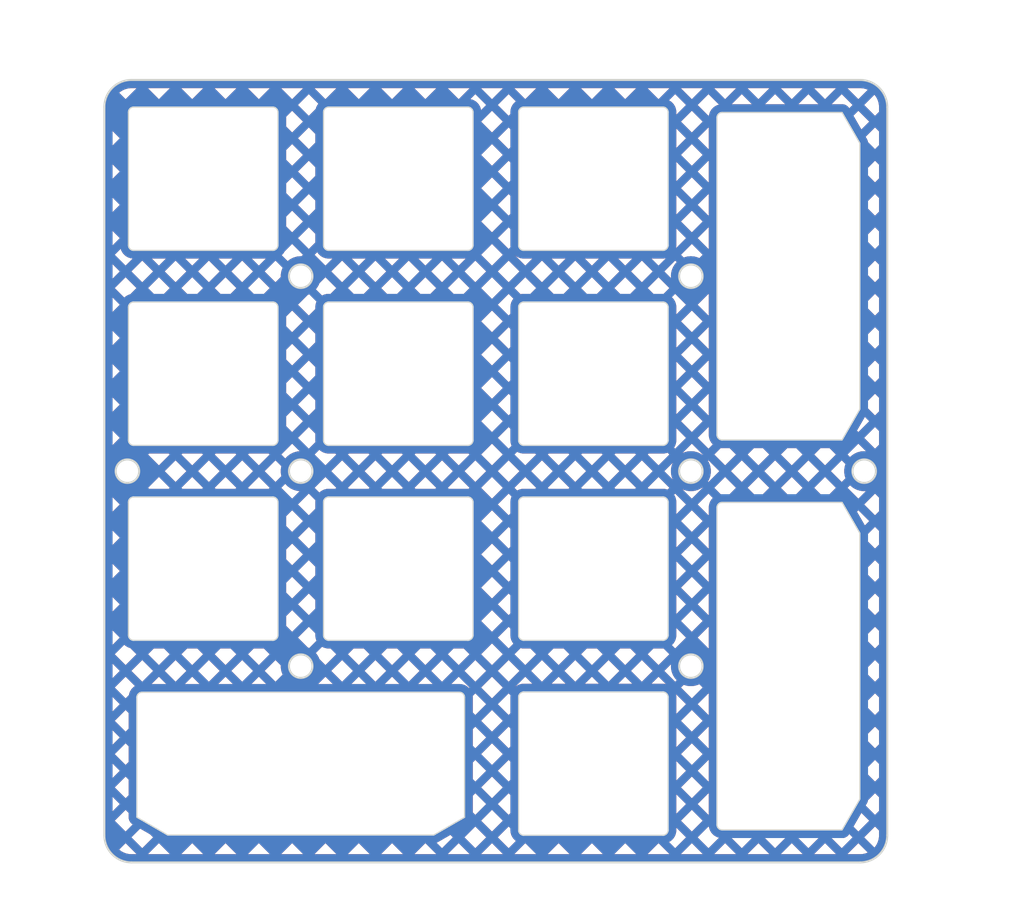
<source format=kicad_pcb>
(kicad_pcb (version 20240108) (generator "pcbnew") (generator_version "8.0")
  (layers (0 "F.Cu" signal) (31 "B.Cu" signal) (34 "B.Paste" user) (35 "F.Paste" user) (36 "B.SilkS" user "B.Silkscreen") (37 "F.SilkS" user "F.Silkscreen") (38 "B.Mask" user) (39 "F.Mask" user) (44 "Edge.Cuts" user))
  (net 0 "")
  (net 1 "GND")
  (footprint "cipulot_parts:ecs_plate_cut_1U" (layer "F.Cu") (at 131.7625 87.3125)
    (property "Reference" "REF**" (hide yes))
    (property "Value" "Value " (hide yes))
    (fp_line (start -7.3 -6.5) (end -7.3 6.5) (stroke (width 0.12)) (layer "Edge.Cuts"))
    (fp_line (start -6.8 7) (end 6.8 7) (stroke (width 0.12)) (layer "Edge.Cuts"))
    (fp_line (start 6.8 -7) (end -6.8 -7) (stroke (width 0.12)) (layer "Edge.Cuts"))
    (fp_line (start 7.3 6.5) (end 7.3 -6.5) (stroke (width 0.12)) (layer "Edge.Cuts"))
    (fp_arc (start -7.3 -6.5) (mid -7.153553 -6.853553) (end -6.8 -7) (stroke (width 0.12)) (layer "Edge.Cuts"))
    (fp_arc (start -6.8 7) (mid -7.153553 6.853553) (end -7.3 6.5) (stroke (width 0.12)) (layer "Edge.Cuts"))
    (fp_arc (start 6.8 -7) (mid 7.153553 -6.853553) (end 7.3 -6.5) (stroke (width 0.12)) (layer "Edge.Cuts"))
    (fp_arc (start 7.3 6.5) (mid 7.153553 6.853553) (end 6.8 7) (stroke (width 0.12)) (layer "Edge.Cuts"))
  )
  (footprint "cipulot_parts:ecs_plate_cut_1U" (layer "F.Cu") (at 150.8125 87.3125)
    (property "Reference" "REF**" (hide yes))
    (property "Value" "Value " (hide yes))
    (fp_line (start -7.3 -6.5) (end -7.3 6.5) (stroke (width 0.12)) (layer "Edge.Cuts"))
    (fp_line (start -6.8 7) (end 6.8 7) (stroke (width 0.12)) (layer "Edge.Cuts"))
    (fp_line (start 6.8 -7) (end -6.8 -7) (stroke (width 0.12)) (layer "Edge.Cuts"))
    (fp_line (start 7.3 6.5) (end 7.3 -6.5) (stroke (width 0.12)) (layer "Edge.Cuts"))
    (fp_arc (start -7.3 -6.5) (mid -7.153553 -6.853553) (end -6.8 -7) (stroke (width 0.12)) (layer "Edge.Cuts"))
    (fp_arc (start -6.8 7) (mid -7.153553 6.853553) (end -7.3 6.5) (stroke (width 0.12)) (layer "Edge.Cuts"))
    (fp_arc (start 6.8 -7) (mid 7.153553 -6.853553) (end 7.3 -6.5) (stroke (width 0.12)) (layer "Edge.Cuts"))
    (fp_arc (start 7.3 6.5) (mid 7.153553 6.853553) (end 6.8 7) (stroke (width 0.12)) (layer "Edge.Cuts"))
  )
  (footprint "cipulot_parts:ecs_plate_cut_1U" (layer "F.Cu") (at 131.7625 106.3625)
    (property "Reference" "REF**")
    (property "Value" "Value " (hide yes))
    (fp_line (start -7.3 -6.5) (end -7.3 6.5) (stroke (width 0.12)) (layer "Edge.Cuts"))
    (fp_line (start -6.8 7) (end 6.8 7) (stroke (width 0.12)) (layer "Edge.Cuts"))
    (fp_line (start 6.8 -7) (end -6.8 -7) (stroke (width 0.12)) (layer "Edge.Cuts"))
    (fp_line (start 7.3 6.5) (end 7.3 -6.5) (stroke (width 0.12)) (layer "Edge.Cuts"))
    (fp_arc (start -7.3 -6.5) (mid -7.153553 -6.853553) (end -6.8 -7) (stroke (width 0.12)) (layer "Edge.Cuts"))
    (fp_arc (start -6.8 7) (mid -7.153553 6.853553) (end -7.3 6.5) (stroke (width 0.12)) (layer "Edge.Cuts"))
    (fp_arc (start 6.8 -7) (mid 7.153553 -6.853553) (end 7.3 -6.5) (stroke (width 0.12)) (layer "Edge.Cuts"))
    (fp_arc (start 7.3 6.5) (mid 7.153553 6.853553) (end 6.8 7) (stroke (width 0.12)) (layer "Edge.Cuts"))
  )
  (footprint "cipulot_parts:ecs_plate_cut_1U" (layer "F.Cu") (at 112.7125 87.3125)
    (property "Reference" "REF**")
    (property "Value" "Value " (hide yes))
    (fp_line (start -7.3 -6.5) (end -7.3 6.5) (stroke (width 0.12)) (layer "Edge.Cuts"))
    (fp_line (start -6.8 7) (end 6.8 7) (stroke (width 0.12)) (layer "Edge.Cuts"))
    (fp_line (start 6.8 -7) (end -6.8 -7) (stroke (width 0.12)) (layer "Edge.Cuts"))
    (fp_line (start 7.3 6.5) (end 7.3 -6.5) (stroke (width 0.12)) (layer "Edge.Cuts"))
    (fp_arc (start -7.3 -6.5) (mid -7.153553 -6.853553) (end -6.8 -7) (stroke (width 0.12)) (layer "Edge.Cuts"))
    (fp_arc (start -6.8 7) (mid -7.153553 6.853553) (end -7.3 6.5) (stroke (width 0.12)) (layer "Edge.Cuts"))
    (fp_arc (start 6.8 -7) (mid 7.153553 -6.853553) (end 7.3 -6.5) (stroke (width 0.12)) (layer "Edge.Cuts"))
    (fp_arc (start 7.3 6.5) (mid 7.153553 6.853553) (end 6.8 7) (stroke (width 0.12)) (layer "Edge.Cuts"))
  )
  (footprint "cipulot_parts:ecs_plate_cut_1U" (layer "F.Cu") (at 112.7125 106.3625)
    (property "Reference" "REF**")
    (property "Value" "Value " (hide yes))
    (fp_line (start -7.3 -6.5) (end -7.3 6.5) (stroke (width 0.12)) (layer "Edge.Cuts"))
    (fp_line (start -6.8 7) (end 6.8 7) (stroke (width 0.12)) (layer "Edge.Cuts"))
    (fp_line (start 6.8 -7) (end -6.8 -7) (stroke (width 0.12)) (layer "Edge.Cuts"))
    (fp_line (start 7.3 6.5) (end 7.3 -6.5) (stroke (width 0.12)) (layer "Edge.Cuts"))
    (fp_arc (start -7.3 -6.5) (mid -7.153553 -6.853553) (end -6.8 -7) (stroke (width 0.12)) (layer "Edge.Cuts"))
    (fp_arc (start -6.8 7) (mid -7.153553 6.853553) (end -7.3 6.5) (stroke (width 0.12)) (layer "Edge.Cuts"))
    (fp_arc (start 6.8 -7) (mid 7.153553 -6.853553) (end 7.3 -6.5) (stroke (width 0.12)) (layer "Edge.Cuts"))
    (fp_arc (start 7.3 6.5) (mid 7.153553 6.853553) (end 6.8 7) (stroke (width 0.12)) (layer "Edge.Cuts"))
  )
  (footprint "cipulot_parts:ecs_plate_cut_2U" (layer "F.Cu") (at 169.8625 77.7875 90)
    (property "Reference" "REF**")
    (property "Value" "Value " (hide yes))
    (fp_line (start -15.5 -6.975) (end 15.5 -6.975) (stroke (width 0.12)) (layer "Edge.Cuts"))
    (fp_line (start 16 -6.475) (end 16 5.243) (stroke (width 0.12)) (layer "Edge.Cuts"))
    (fp_line (start -16 -6.475) (end -16 5.243) (stroke (width 0.12)) (layer "Edge.Cuts"))
    (fp_line (start 16 5.243) (end 13 6.975) (stroke (width 0.12)) (layer "Edge.Cuts"))
    (fp_line (start -16 5.243) (end -13 6.975) (stroke (width 0.12)) (layer "Edge.Cuts"))
    (fp_line (start 13 6.975) (end -13 6.975) (stroke (width 0.12)) (layer "Edge.Cuts"))
    (fp_arc (start 15.5 -6.975) (mid 15.853553 -6.828553) (end 16 -6.475) (stroke (width 0.12)) (layer "Edge.Cuts"))
    (fp_arc (start -16 -6.475) (mid -15.853553 -6.828553) (end -15.5 -6.975) (stroke (width 0.12)) (layer "Edge.Cuts"))
  )
  (footprint "cipulot_parts:ecs_plate_cut_1U" (layer "F.Cu") (at 150.8125 68.2625)
    (property "Reference" "REF**" (hide yes))
    (property "Value" "Value " (hide yes))
    (fp_line (start -7.3 -6.5) (end -7.3 6.5) (stroke (width 0.12)) (layer "Edge.Cuts"))
    (fp_line (start -6.8 7) (end 6.8 7) (stroke (width 0.12)) (layer "Edge.Cuts"))
    (fp_line (start 6.8 -7) (end -6.8 -7) (stroke (width 0.12)) (layer "Edge.Cuts"))
    (fp_line (start 7.3 6.5) (end 7.3 -6.5) (stroke (width 0.12)) (layer "Edge.Cuts"))
    (fp_arc (start -7.3 -6.5) (mid -7.153553 -6.853553) (end -6.8 -7) (stroke (width 0.12)) (layer "Edge.Cuts"))
    (fp_arc (start -6.8 7) (mid -7.153553 6.853553) (end -7.3 6.5) (stroke (width 0.12)) (layer "Edge.Cuts"))
    (fp_arc (start 6.8 -7) (mid 7.153553 -6.853553) (end 7.3 -6.5) (stroke (width 0.12)) (layer "Edge.Cuts"))
    (fp_arc (start 7.3 6.5) (mid 7.153553 6.853553) (end 6.8 7) (stroke (width 0.12)) (layer "Edge.Cuts"))
  )
  (footprint "cipulot_parts:ecs_plate_cut_1U" (layer "F.Cu") (at 150.8125 106.3625)
    (property "Reference" "REF**" (hide yes))
    (property "Value" "Value " (hide yes))
    (fp_line (start -7.3 -6.5) (end -7.3 6.5) (stroke (width 0.12)) (layer "Edge.Cuts"))
    (fp_line (start -6.8 7) (end 6.8 7) (stroke (width 0.12)) (layer "Edge.Cuts"))
    (fp_line (start 6.8 -7) (end -6.8 -7) (stroke (width 0.12)) (layer "Edge.Cuts"))
    (fp_line (start 7.3 6.5) (end 7.3 -6.5) (stroke (width 0.12)) (layer "Edge.Cuts"))
    (fp_arc (start -7.3 -6.5) (mid -7.153553 -6.853553) (end -6.8 -7) (stroke (width 0.12)) (layer "Edge.Cuts"))
    (fp_arc (start -6.8 7) (mid -7.153553 6.853553) (end -7.3 6.5) (stroke (width 0.12)) (layer "Edge.Cuts"))
    (fp_arc (start 6.8 -7) (mid 7.153553 -6.853553) (end 7.3 -6.5) (stroke (width 0.12)) (layer "Edge.Cuts"))
    (fp_arc (start 7.3 6.5) (mid 7.153553 6.853553) (end 6.8 7) (stroke (width 0.12)) (layer "Edge.Cuts"))
  )
  (footprint "cipulot_parts:ecs_plate_cut_1U" (layer "F.Cu") (at 150.8125 125.4125)
    (property "Reference" "REF**" (hide yes))
    (property "Value" "Value " (hide yes))
    (fp_line (start -7.3 -6.5) (end -7.3 6.5) (stroke (width 0.12)) (layer "Edge.Cuts"))
    (fp_line (start -6.8 7) (end 6.8 7) (stroke (width 0.12)) (layer "Edge.Cuts"))
    (fp_line (start 6.8 -7) (end -6.8 -7) (stroke (width 0.12)) (layer "Edge.Cuts"))
    (fp_line (start 7.3 6.5) (end 7.3 -6.5) (stroke (width 0.12)) (layer "Edge.Cuts"))
    (fp_arc (start -7.3 -6.5) (mid -7.153553 -6.853553) (end -6.8 -7) (stroke (width 0.12)) (layer "Edge.Cuts"))
    (fp_arc (start -6.8 7) (mid -7.153553 6.853553) (end -7.3 6.5) (stroke (width 0.12)) (layer "Edge.Cuts"))
    (fp_arc (start 6.8 -7) (mid 7.153553 -6.853553) (end 7.3 -6.5) (stroke (width 0.12)) (layer "Edge.Cuts"))
    (fp_arc (start 7.3 6.5) (mid 7.153553 6.853553) (end 6.8 7) (stroke (width 0.12)) (layer "Edge.Cuts"))
  )
  (footprint "cipulot_parts:ecs_plate_cut_2U" (layer "F.Cu") (at 169.8625 115.8875 90)
    (property "Reference" "REF**")
    (property "Value" "Value " (hide yes))
    (fp_line (start -15.5 -6.975) (end 15.5 -6.975) (stroke (width 0.12)) (layer "Edge.Cuts"))
    (fp_line (start 16 -6.475) (end 16 5.243) (stroke (width 0.12)) (layer "Edge.Cuts"))
    (fp_line (start -16 -6.475) (end -16 5.243) (stroke (width 0.12)) (layer "Edge.Cuts"))
    (fp_line (start 16 5.243) (end 13 6.975) (stroke (width 0.12)) (layer "Edge.Cuts"))
    (fp_line (start -16 5.243) (end -13 6.975) (stroke (width 0.12)) (layer "Edge.Cuts"))
    (fp_line (start 13 6.975) (end -13 6.975) (stroke (width 0.12)) (layer "Edge.Cuts"))
    (fp_arc (start 15.5 -6.975) (mid 15.853553 -6.828553) (end 16 -6.475) (stroke (width 0.12)) (layer "Edge.Cuts"))
    (fp_arc (start -16 -6.475) (mid -15.853553 -6.828553) (end -15.5 -6.975) (stroke (width 0.12)) (layer "Edge.Cuts"))
  )
  (footprint "cipulot_parts:ecs_plate_cut_2U" (layer "F.Cu") (at 122.2375 125.4125)
    (property "Reference" "REF**" (hide yes))
    (property "Value" "Value " (hide yes))
    (fp_line (start -16 -6.475) (end -16 5.243) (stroke (width 0.12)) (layer "Edge.Cuts"))
    (fp_line (start -16 5.243) (end -13 6.975) (stroke (width 0.12)) (layer "Edge.Cuts"))
    (fp_line (start -15.5 -6.975) (end 15.5 -6.975) (stroke (width 0.12)) (layer "Edge.Cuts"))
    (fp_line (start 13 6.975) (end -13 6.975) (stroke (width 0.12)) (layer "Edge.Cuts"))
    (fp_line (start 16 -6.475) (end 16 5.243) (stroke (width 0.12)) (layer "Edge.Cuts"))
    (fp_line (start 16 5.243) (end 13 6.975) (stroke (width 0.12)) (layer "Edge.Cuts"))
    (fp_arc (start -16 -6.475) (mid -15.853553 -6.828553) (end -15.5 -6.975) (stroke (width 0.12)) (layer "Edge.Cuts"))
    (fp_arc (start 15.5 -6.975) (mid 15.853553 -6.828553) (end 16 -6.475) (stroke (width 0.12)) (layer "Edge.Cuts"))
  )
  (footprint "cipulot_parts:ecs_plate_cut_1U" (layer "F.Cu") (at 112.7125 68.2625)
    (property "Reference" "REF**")
    (property "Value" "Value " (hide yes))
    (fp_line (start -7.3 -6.5) (end -7.3 6.5) (stroke (width 0.12)) (layer "Edge.Cuts"))
    (fp_line (start -6.8 7) (end 6.8 7) (stroke (width 0.12)) (layer "Edge.Cuts"))
    (fp_line (start 6.8 -7) (end -6.8 -7) (stroke (width 0.12)) (layer "Edge.Cuts"))
    (fp_line (start 7.3 6.5) (end 7.3 -6.5) (stroke (width 0.12)) (layer "Edge.Cuts"))
    (fp_arc (start -7.3 -6.5) (mid -7.153553 -6.853553) (end -6.8 -7) (stroke (width 0.12)) (layer "Edge.Cuts"))
    (fp_arc (start -6.8 7) (mid -7.153553 6.853553) (end -7.3 6.5) (stroke (width 0.12)) (layer "Edge.Cuts"))
    (fp_arc (start 6.8 -7) (mid 7.153553 -6.853553) (end 7.3 -6.5) (stroke (width 0.12)) (layer "Edge.Cuts"))
    (fp_arc (start 7.3 6.5) (mid 7.153553 6.853553) (end 6.8 7) (stroke (width 0.12)) (layer "Edge.Cuts"))
  )
  (footprint "cipulot_parts:ecs_plate_cut_1U" (layer "F.Cu") (at 131.7625 68.2625)
    (property "Reference" "REF**")
    (property "Value" "Value " (hide yes))
    (fp_line (start -7.3 -6.5) (end -7.3 6.5) (stroke (width 0.12)) (layer "Edge.Cuts"))
    (fp_line (start -6.8 7) (end 6.8 7) (stroke (width 0.12)) (layer "Edge.Cuts"))
    (fp_line (start 6.8 -7) (end -6.8 -7) (stroke (width 0.12)) (layer "Edge.Cuts"))
    (fp_line (start 7.3 6.5) (end 7.3 -6.5) (stroke (width 0.12)) (layer "Edge.Cuts"))
    (fp_arc (start -7.3 -6.5) (mid -7.153553 -6.853553) (end -6.8 -7) (stroke (width 0.12)) (layer "Edge.Cuts"))
    (fp_arc (start -6.8 7) (mid -7.153553 6.853553) (end -7.3 6.5) (stroke (width 0.12)) (layer "Edge.Cuts"))
    (fp_arc (start 6.8 -7) (mid 7.153553 -6.853553) (end 7.3 -6.5) (stroke (width 0.12)) (layer "Edge.Cuts"))
    (fp_arc (start 7.3 6.5) (mid 7.153553 6.853553) (end 6.8 7) (stroke (width 0.12)) (layer "Edge.Cuts"))
  )
  (gr_circle (center 122.2375 77.7875) (end 123.3875 77.7875) (stroke (width 0.2)) (fill none) (layer "Edge.Cuts"))
  (gr_circle (center 105.3125 96.8375) (end 106.4625 96.8375) (stroke (width 0.2)) (fill none) (layer "Edge.Cuts"))
  (gr_circle (center 122.2375 115.8875) (end 123.3875 115.8875) (stroke (width 0.2)) (fill none) (layer "Edge.Cuts"))
  (gr_line (start 103.0625 61.2625) (end 103.0625 132.4125) (stroke (width 0.2)) (layer "Edge.Cuts"))
  (gr_line (start 176.8625 58.6125) (end 105.7125 58.6125) (stroke (width 0.2)) (layer "Edge.Cuts"))
  (gr_arc (start 176.8625 58.6125) (mid 178.736333 59.388667) (end 179.5125 61.2625) (stroke (width 0.2)) (layer "Edge.Cuts"))
  (gr_arc (start 103.0625 61.2625) (mid 103.838667 59.388667) (end 105.7125 58.6125) (stroke (width 0.2)) (layer "Edge.Cuts"))
  (gr_line (start 179.5125 132.4125) (end 179.5125 61.2625) (stroke (width 0.2)) (layer "Edge.Cuts"))
  (gr_line (start 105.7125 135.0625) (end 176.8625 135.0625) (stroke (width 0.2)) (layer "Edge.Cuts"))
  (gr_circle (center 177.2625 96.8375) (end 178.4125 96.8375) (stroke (width 0.2)) (fill none) (layer "Edge.Cuts"))
  (gr_circle (center 122.2375 96.8375) (end 123.3875 96.8375) (stroke (width 0.2)) (fill none) (layer "Edge.Cuts"))
  (gr_arc (start 179.5125 132.4125) (mid 178.736333 134.286333) (end 176.8625 135.0625) (stroke (width 0.2)) (layer "Edge.Cuts"))
  (gr_circle (center 160.3375 115.8875) (end 161.4875 115.8875) (stroke (width 0.2)) (fill none) (layer "Edge.Cuts"))
  (gr_arc (start 105.7125 135.0625) (mid 103.838667 134.286333) (end 103.0625 132.4125) (stroke (width 0.2)) (layer "Edge.Cuts"))
  (gr_circle (center 160.3375 96.8375) (end 161.4875 96.8375) (stroke (width 0.2)) (fill none) (layer "Edge.Cuts"))
  (gr_circle (center 160.3375 77.7875) (end 161.4875 77.7875) (stroke (width 0.2)) (fill none) (layer "Edge.Cuts"))
  (zone (net 1) (net_name "GND") (layers "F&B.Cu") (priority 2) (connect_pads (clearance 0)) (min_thickness 0.2) (fill yes (mode hatch) (thermal_gap 0.5) (thermal_bridge_width 0.5) (island_removal_mode 1) (island_area_min 10) (hatch_thickness 0.8) (hatch_gap 1.5) (hatch_orientation 45) (hatch_border_algorithm hatch_thickness) (hatch_min_hole_area 0.3))
    (polygon (pts (xy 92.86875 50.8) (xy 92.86875 140.49375) (xy 192.88125 140.49375) (xy 192.88125 50.8)))
  )
)
</source>
